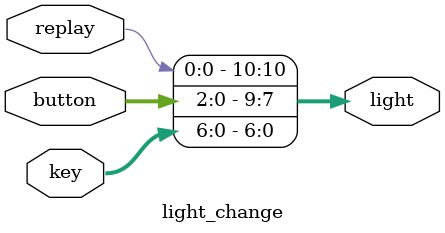
<source format=v>
`timescale 1ns / 1ps


module light_change(
input [6:0] key,
input [2:0]button,
input replay,
output reg [10:0]light
    );
      
    always@(key or button or replay)
     begin
     light={replay,button,key};
     end  
endmodule

</source>
